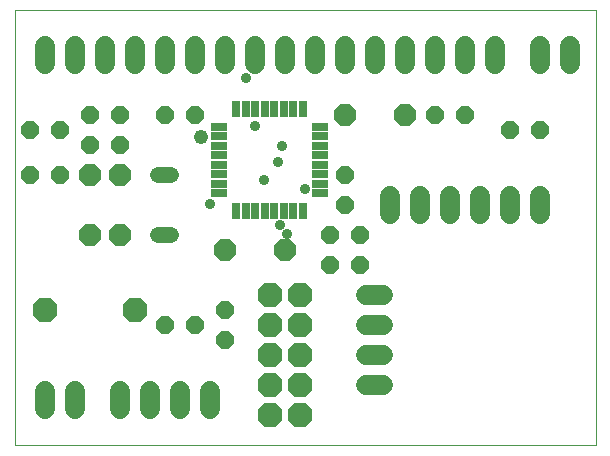
<source format=gts>
G75*
%MOIN*%
%OFA0B0*%
%FSLAX25Y25*%
%IPPOS*%
%LPD*%
%AMOC8*
5,1,8,0,0,1.08239X$1,22.5*
%
%ADD10C,0.00000*%
%ADD11OC8,0.07100*%
%ADD12OC8,0.08300*%
%ADD13R,0.05800X0.03000*%
%ADD14R,0.03000X0.05800*%
%ADD15OC8,0.06000*%
%ADD16C,0.05200*%
%ADD17OC8,0.08200*%
%ADD18C,0.06737*%
%ADD19C,0.03600*%
%ADD20C,0.04800*%
D10*
X0001400Y0008000D02*
X0001400Y0152961D01*
X0195101Y0152961D01*
X0195101Y0008000D01*
X0001400Y0008000D01*
D11*
X0071400Y0073000D03*
X0091400Y0073000D03*
X0036400Y0078000D03*
X0026400Y0078000D03*
X0026400Y0098000D03*
X0036400Y0098000D03*
X0111400Y0118000D03*
X0131400Y0118000D03*
D12*
X0041400Y0053000D03*
X0011400Y0053000D03*
D13*
X0069500Y0091976D03*
X0069500Y0095126D03*
X0069500Y0098276D03*
X0069500Y0101425D03*
X0069500Y0104575D03*
X0069500Y0107724D03*
X0069500Y0110874D03*
X0069500Y0114024D03*
X0103300Y0114024D03*
X0103300Y0110874D03*
X0103300Y0107724D03*
X0103300Y0104575D03*
X0103300Y0101425D03*
X0103300Y0098276D03*
X0103300Y0095126D03*
X0103300Y0091976D03*
D14*
X0097424Y0086100D03*
X0094274Y0086100D03*
X0091124Y0086100D03*
X0087975Y0086100D03*
X0084825Y0086100D03*
X0081676Y0086100D03*
X0078526Y0086100D03*
X0075376Y0086100D03*
X0075376Y0119900D03*
X0078526Y0119900D03*
X0081676Y0119900D03*
X0084825Y0119900D03*
X0087975Y0119900D03*
X0091124Y0119900D03*
X0094274Y0119900D03*
X0097424Y0119900D03*
D15*
X0111400Y0098000D03*
X0111400Y0088000D03*
X0106400Y0078000D03*
X0116400Y0078000D03*
X0116400Y0068000D03*
X0106400Y0068000D03*
X0071400Y0053000D03*
X0061400Y0048000D03*
X0051400Y0048000D03*
X0071400Y0043000D03*
X0016400Y0098000D03*
X0006400Y0098000D03*
X0006400Y0113000D03*
X0016400Y0113000D03*
X0026400Y0118000D03*
X0036400Y0118000D03*
X0036400Y0108000D03*
X0026400Y0108000D03*
X0051400Y0118000D03*
X0061400Y0118000D03*
X0141400Y0118000D03*
X0151400Y0118000D03*
X0166400Y0113000D03*
X0176400Y0113000D03*
D16*
X0053600Y0098000D02*
X0049200Y0098000D01*
X0049200Y0078000D02*
X0053600Y0078000D01*
D17*
X0086400Y0058000D03*
X0096400Y0058000D03*
X0096400Y0048000D03*
X0086400Y0048000D03*
X0086400Y0038000D03*
X0096400Y0038000D03*
X0096400Y0028000D03*
X0086400Y0028000D03*
X0086400Y0018000D03*
X0096400Y0018000D03*
D18*
X0118431Y0028000D02*
X0124369Y0028000D01*
X0124369Y0038000D02*
X0118431Y0038000D01*
X0118431Y0048000D02*
X0124369Y0048000D01*
X0124369Y0058000D02*
X0118431Y0058000D01*
X0126400Y0085031D02*
X0126400Y0090969D01*
X0136400Y0090969D02*
X0136400Y0085031D01*
X0146400Y0085031D02*
X0146400Y0090969D01*
X0156400Y0090969D02*
X0156400Y0085031D01*
X0166400Y0085031D02*
X0166400Y0090969D01*
X0176400Y0090969D02*
X0176400Y0085031D01*
X0176400Y0135031D02*
X0176400Y0140969D01*
X0186400Y0140969D02*
X0186400Y0135031D01*
X0161400Y0135031D02*
X0161400Y0140969D01*
X0151400Y0140969D02*
X0151400Y0135031D01*
X0141400Y0135031D02*
X0141400Y0140969D01*
X0131400Y0140969D02*
X0131400Y0135031D01*
X0121400Y0135031D02*
X0121400Y0140969D01*
X0111400Y0140969D02*
X0111400Y0135031D01*
X0101400Y0135031D02*
X0101400Y0140969D01*
X0091400Y0140969D02*
X0091400Y0135031D01*
X0081400Y0135031D02*
X0081400Y0140969D01*
X0071400Y0140969D02*
X0071400Y0135031D01*
X0061400Y0135031D02*
X0061400Y0140969D01*
X0051400Y0140969D02*
X0051400Y0135031D01*
X0041400Y0135031D02*
X0041400Y0140969D01*
X0031400Y0140969D02*
X0031400Y0135031D01*
X0021400Y0135031D02*
X0021400Y0140969D01*
X0011400Y0140969D02*
X0011400Y0135031D01*
X0011400Y0025969D02*
X0011400Y0020031D01*
X0021400Y0020031D02*
X0021400Y0025969D01*
X0036400Y0025969D02*
X0036400Y0020031D01*
X0046400Y0020031D02*
X0046400Y0025969D01*
X0056400Y0025969D02*
X0056400Y0020031D01*
X0066400Y0020031D02*
X0066400Y0025969D01*
D19*
X0092150Y0078500D03*
X0089900Y0081500D03*
X0098150Y0093500D03*
X0089150Y0102500D03*
X0090650Y0107750D03*
X0081650Y0114500D03*
X0078650Y0130250D03*
X0084650Y0096500D03*
X0066650Y0088250D03*
D20*
X0063500Y0110600D03*
M02*

</source>
